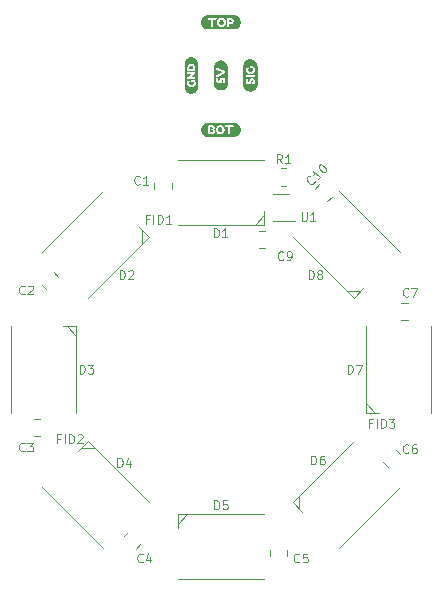
<source format=gto>
G04 #@! TF.GenerationSoftware,KiCad,Pcbnew,6.0.0-d3dd2cf0fa~116~ubuntu21.10.1*
G04 #@! TF.CreationDate,2022-02-12T15:34:00+00:00*
G04 #@! TF.ProjectId,ringLight,72696e67-4c69-4676-9874-2e6b69636164,04*
G04 #@! TF.SameCoordinates,PX7bfa480PY7270e00*
G04 #@! TF.FileFunction,Legend,Top*
G04 #@! TF.FilePolarity,Positive*
%FSLAX46Y46*%
G04 Gerber Fmt 4.6, Leading zero omitted, Abs format (unit mm)*
G04 Created by KiCad (PCBNEW 6.0.0-d3dd2cf0fa~116~ubuntu21.10.1) date 2022-02-12 15:34:00*
%MOMM*%
%LPD*%
G01*
G04 APERTURE LIST*
%ADD10C,0.120000*%
G04 APERTURE END LIST*
D10*
X149406428Y-88799285D02*
X149406428Y-88049285D01*
X149585000Y-88049285D01*
X149692142Y-88085000D01*
X149763571Y-88156428D01*
X149799285Y-88227857D01*
X149835000Y-88370714D01*
X149835000Y-88477857D01*
X149799285Y-88620714D01*
X149763571Y-88692142D01*
X149692142Y-88763571D01*
X149585000Y-88799285D01*
X149406428Y-88799285D01*
X150549285Y-88799285D02*
X150120714Y-88799285D01*
X150335000Y-88799285D02*
X150335000Y-88049285D01*
X150263571Y-88156428D01*
X150192142Y-88227857D01*
X150120714Y-88263571D01*
X141446428Y-92339285D02*
X141446428Y-91589285D01*
X141625000Y-91589285D01*
X141732142Y-91625000D01*
X141803571Y-91696428D01*
X141839285Y-91767857D01*
X141875000Y-91910714D01*
X141875000Y-92017857D01*
X141839285Y-92160714D01*
X141803571Y-92232142D01*
X141732142Y-92303571D01*
X141625000Y-92339285D01*
X141446428Y-92339285D01*
X142160714Y-91660714D02*
X142196428Y-91625000D01*
X142267857Y-91589285D01*
X142446428Y-91589285D01*
X142517857Y-91625000D01*
X142553571Y-91660714D01*
X142589285Y-91732142D01*
X142589285Y-91803571D01*
X142553571Y-91910714D01*
X142125000Y-92339285D01*
X142589285Y-92339285D01*
X138046428Y-100339285D02*
X138046428Y-99589285D01*
X138225000Y-99589285D01*
X138332142Y-99625000D01*
X138403571Y-99696428D01*
X138439285Y-99767857D01*
X138475000Y-99910714D01*
X138475000Y-100017857D01*
X138439285Y-100160714D01*
X138403571Y-100232142D01*
X138332142Y-100303571D01*
X138225000Y-100339285D01*
X138046428Y-100339285D01*
X138725000Y-99589285D02*
X139189285Y-99589285D01*
X138939285Y-99875000D01*
X139046428Y-99875000D01*
X139117857Y-99910714D01*
X139153571Y-99946428D01*
X139189285Y-100017857D01*
X139189285Y-100196428D01*
X139153571Y-100267857D01*
X139117857Y-100303571D01*
X139046428Y-100339285D01*
X138832142Y-100339285D01*
X138760714Y-100303571D01*
X138725000Y-100267857D01*
X141246428Y-108239285D02*
X141246428Y-107489285D01*
X141425000Y-107489285D01*
X141532142Y-107525000D01*
X141603571Y-107596428D01*
X141639285Y-107667857D01*
X141675000Y-107810714D01*
X141675000Y-107917857D01*
X141639285Y-108060714D01*
X141603571Y-108132142D01*
X141532142Y-108203571D01*
X141425000Y-108239285D01*
X141246428Y-108239285D01*
X142317857Y-107739285D02*
X142317857Y-108239285D01*
X142139285Y-107453571D02*
X141960714Y-107989285D01*
X142425000Y-107989285D01*
X149446428Y-111839285D02*
X149446428Y-111089285D01*
X149625000Y-111089285D01*
X149732142Y-111125000D01*
X149803571Y-111196428D01*
X149839285Y-111267857D01*
X149875000Y-111410714D01*
X149875000Y-111517857D01*
X149839285Y-111660714D01*
X149803571Y-111732142D01*
X149732142Y-111803571D01*
X149625000Y-111839285D01*
X149446428Y-111839285D01*
X150553571Y-111089285D02*
X150196428Y-111089285D01*
X150160714Y-111446428D01*
X150196428Y-111410714D01*
X150267857Y-111375000D01*
X150446428Y-111375000D01*
X150517857Y-111410714D01*
X150553571Y-111446428D01*
X150589285Y-111517857D01*
X150589285Y-111696428D01*
X150553571Y-111767857D01*
X150517857Y-111803571D01*
X150446428Y-111839285D01*
X150267857Y-111839285D01*
X150196428Y-111803571D01*
X150160714Y-111767857D01*
X157646428Y-108039285D02*
X157646428Y-107289285D01*
X157825000Y-107289285D01*
X157932142Y-107325000D01*
X158003571Y-107396428D01*
X158039285Y-107467857D01*
X158075000Y-107610714D01*
X158075000Y-107717857D01*
X158039285Y-107860714D01*
X158003571Y-107932142D01*
X157932142Y-108003571D01*
X157825000Y-108039285D01*
X157646428Y-108039285D01*
X158717857Y-107289285D02*
X158575000Y-107289285D01*
X158503571Y-107325000D01*
X158467857Y-107360714D01*
X158396428Y-107467857D01*
X158360714Y-107610714D01*
X158360714Y-107896428D01*
X158396428Y-107967857D01*
X158432142Y-108003571D01*
X158503571Y-108039285D01*
X158646428Y-108039285D01*
X158717857Y-108003571D01*
X158753571Y-107967857D01*
X158789285Y-107896428D01*
X158789285Y-107717857D01*
X158753571Y-107646428D01*
X158717857Y-107610714D01*
X158646428Y-107575000D01*
X158503571Y-107575000D01*
X158432142Y-107610714D01*
X158396428Y-107646428D01*
X158360714Y-107717857D01*
X160746428Y-100339285D02*
X160746428Y-99589285D01*
X160925000Y-99589285D01*
X161032142Y-99625000D01*
X161103571Y-99696428D01*
X161139285Y-99767857D01*
X161175000Y-99910714D01*
X161175000Y-100017857D01*
X161139285Y-100160714D01*
X161103571Y-100232142D01*
X161032142Y-100303571D01*
X160925000Y-100339285D01*
X160746428Y-100339285D01*
X161425000Y-99589285D02*
X161925000Y-99589285D01*
X161603571Y-100339285D01*
X157446428Y-92339285D02*
X157446428Y-91589285D01*
X157625000Y-91589285D01*
X157732142Y-91625000D01*
X157803571Y-91696428D01*
X157839285Y-91767857D01*
X157875000Y-91910714D01*
X157875000Y-92017857D01*
X157839285Y-92160714D01*
X157803571Y-92232142D01*
X157732142Y-92303571D01*
X157625000Y-92339285D01*
X157446428Y-92339285D01*
X158303571Y-91910714D02*
X158232142Y-91875000D01*
X158196428Y-91839285D01*
X158160714Y-91767857D01*
X158160714Y-91732142D01*
X158196428Y-91660714D01*
X158232142Y-91625000D01*
X158303571Y-91589285D01*
X158446428Y-91589285D01*
X158517857Y-91625000D01*
X158553571Y-91660714D01*
X158589285Y-91732142D01*
X158589285Y-91767857D01*
X158553571Y-91839285D01*
X158517857Y-91875000D01*
X158446428Y-91910714D01*
X158303571Y-91910714D01*
X158232142Y-91946428D01*
X158196428Y-91982142D01*
X158160714Y-92053571D01*
X158160714Y-92196428D01*
X158196428Y-92267857D01*
X158232142Y-92303571D01*
X158303571Y-92339285D01*
X158446428Y-92339285D01*
X158517857Y-92303571D01*
X158553571Y-92267857D01*
X158589285Y-92196428D01*
X158589285Y-92053571D01*
X158553571Y-91982142D01*
X158517857Y-91946428D01*
X158446428Y-91910714D01*
X143896428Y-87246428D02*
X143646428Y-87246428D01*
X143646428Y-87639285D02*
X143646428Y-86889285D01*
X144003571Y-86889285D01*
X144289285Y-87639285D02*
X144289285Y-86889285D01*
X144646428Y-87639285D02*
X144646428Y-86889285D01*
X144825000Y-86889285D01*
X144932142Y-86925000D01*
X145003571Y-86996428D01*
X145039285Y-87067857D01*
X145075000Y-87210714D01*
X145075000Y-87317857D01*
X145039285Y-87460714D01*
X145003571Y-87532142D01*
X144932142Y-87603571D01*
X144825000Y-87639285D01*
X144646428Y-87639285D01*
X145789285Y-87639285D02*
X145360714Y-87639285D01*
X145575000Y-87639285D02*
X145575000Y-86889285D01*
X145503571Y-86996428D01*
X145432142Y-87067857D01*
X145360714Y-87103571D01*
X136396428Y-105846428D02*
X136146428Y-105846428D01*
X136146428Y-106239285D02*
X136146428Y-105489285D01*
X136503571Y-105489285D01*
X136789285Y-106239285D02*
X136789285Y-105489285D01*
X137146428Y-106239285D02*
X137146428Y-105489285D01*
X137325000Y-105489285D01*
X137432142Y-105525000D01*
X137503571Y-105596428D01*
X137539285Y-105667857D01*
X137575000Y-105810714D01*
X137575000Y-105917857D01*
X137539285Y-106060714D01*
X137503571Y-106132142D01*
X137432142Y-106203571D01*
X137325000Y-106239285D01*
X137146428Y-106239285D01*
X137860714Y-105560714D02*
X137896428Y-105525000D01*
X137967857Y-105489285D01*
X138146428Y-105489285D01*
X138217857Y-105525000D01*
X138253571Y-105560714D01*
X138289285Y-105632142D01*
X138289285Y-105703571D01*
X138253571Y-105810714D01*
X137825000Y-106239285D01*
X138289285Y-106239285D01*
X162796428Y-104546428D02*
X162546428Y-104546428D01*
X162546428Y-104939285D02*
X162546428Y-104189285D01*
X162903571Y-104189285D01*
X163189285Y-104939285D02*
X163189285Y-104189285D01*
X163546428Y-104939285D02*
X163546428Y-104189285D01*
X163725000Y-104189285D01*
X163832142Y-104225000D01*
X163903571Y-104296428D01*
X163939285Y-104367857D01*
X163975000Y-104510714D01*
X163975000Y-104617857D01*
X163939285Y-104760714D01*
X163903571Y-104832142D01*
X163832142Y-104903571D01*
X163725000Y-104939285D01*
X163546428Y-104939285D01*
X164225000Y-104189285D02*
X164689285Y-104189285D01*
X164439285Y-104475000D01*
X164546428Y-104475000D01*
X164617857Y-104510714D01*
X164653571Y-104546428D01*
X164689285Y-104617857D01*
X164689285Y-104796428D01*
X164653571Y-104867857D01*
X164617857Y-104903571D01*
X164546428Y-104939285D01*
X164332142Y-104939285D01*
X164260714Y-104903571D01*
X164225000Y-104867857D01*
X143125000Y-84267857D02*
X143089285Y-84303571D01*
X142982142Y-84339285D01*
X142910714Y-84339285D01*
X142803571Y-84303571D01*
X142732142Y-84232142D01*
X142696428Y-84160714D01*
X142660714Y-84017857D01*
X142660714Y-83910714D01*
X142696428Y-83767857D01*
X142732142Y-83696428D01*
X142803571Y-83625000D01*
X142910714Y-83589285D01*
X142982142Y-83589285D01*
X143089285Y-83625000D01*
X143125000Y-83660714D01*
X143839285Y-84339285D02*
X143410714Y-84339285D01*
X143625000Y-84339285D02*
X143625000Y-83589285D01*
X143553571Y-83696428D01*
X143482142Y-83767857D01*
X143410714Y-83803571D01*
X133375000Y-106867857D02*
X133339285Y-106903571D01*
X133232142Y-106939285D01*
X133160714Y-106939285D01*
X133053571Y-106903571D01*
X132982142Y-106832142D01*
X132946428Y-106760714D01*
X132910714Y-106617857D01*
X132910714Y-106510714D01*
X132946428Y-106367857D01*
X132982142Y-106296428D01*
X133053571Y-106225000D01*
X133160714Y-106189285D01*
X133232142Y-106189285D01*
X133339285Y-106225000D01*
X133375000Y-106260714D01*
X133625000Y-106189285D02*
X134089285Y-106189285D01*
X133839285Y-106475000D01*
X133946428Y-106475000D01*
X134017857Y-106510714D01*
X134053571Y-106546428D01*
X134089285Y-106617857D01*
X134089285Y-106796428D01*
X134053571Y-106867857D01*
X134017857Y-106903571D01*
X133946428Y-106939285D01*
X133732142Y-106939285D01*
X133660714Y-106903571D01*
X133625000Y-106867857D01*
X156625000Y-116267857D02*
X156589285Y-116303571D01*
X156482142Y-116339285D01*
X156410714Y-116339285D01*
X156303571Y-116303571D01*
X156232142Y-116232142D01*
X156196428Y-116160714D01*
X156160714Y-116017857D01*
X156160714Y-115910714D01*
X156196428Y-115767857D01*
X156232142Y-115696428D01*
X156303571Y-115625000D01*
X156410714Y-115589285D01*
X156482142Y-115589285D01*
X156589285Y-115625000D01*
X156625000Y-115660714D01*
X157303571Y-115589285D02*
X156946428Y-115589285D01*
X156910714Y-115946428D01*
X156946428Y-115910714D01*
X157017857Y-115875000D01*
X157196428Y-115875000D01*
X157267857Y-115910714D01*
X157303571Y-115946428D01*
X157339285Y-116017857D01*
X157339285Y-116196428D01*
X157303571Y-116267857D01*
X157267857Y-116303571D01*
X157196428Y-116339285D01*
X157017857Y-116339285D01*
X156946428Y-116303571D01*
X156910714Y-116267857D01*
X165875000Y-93767857D02*
X165839285Y-93803571D01*
X165732142Y-93839285D01*
X165660714Y-93839285D01*
X165553571Y-93803571D01*
X165482142Y-93732142D01*
X165446428Y-93660714D01*
X165410714Y-93517857D01*
X165410714Y-93410714D01*
X165446428Y-93267857D01*
X165482142Y-93196428D01*
X165553571Y-93125000D01*
X165660714Y-93089285D01*
X165732142Y-93089285D01*
X165839285Y-93125000D01*
X165875000Y-93160714D01*
X166125000Y-93089285D02*
X166625000Y-93089285D01*
X166303571Y-93839285D01*
X165875000Y-107017857D02*
X165839285Y-107053571D01*
X165732142Y-107089285D01*
X165660714Y-107089285D01*
X165553571Y-107053571D01*
X165482142Y-106982142D01*
X165446428Y-106910714D01*
X165410714Y-106767857D01*
X165410714Y-106660714D01*
X165446428Y-106517857D01*
X165482142Y-106446428D01*
X165553571Y-106375000D01*
X165660714Y-106339285D01*
X165732142Y-106339285D01*
X165839285Y-106375000D01*
X165875000Y-106410714D01*
X166517857Y-106339285D02*
X166375000Y-106339285D01*
X166303571Y-106375000D01*
X166267857Y-106410714D01*
X166196428Y-106517857D01*
X166160714Y-106660714D01*
X166160714Y-106946428D01*
X166196428Y-107017857D01*
X166232142Y-107053571D01*
X166303571Y-107089285D01*
X166446428Y-107089285D01*
X166517857Y-107053571D01*
X166553571Y-107017857D01*
X166589285Y-106946428D01*
X166589285Y-106767857D01*
X166553571Y-106696428D01*
X166517857Y-106660714D01*
X166446428Y-106625000D01*
X166303571Y-106625000D01*
X166232142Y-106660714D01*
X166196428Y-106696428D01*
X166160714Y-106767857D01*
X133375000Y-93567857D02*
X133339285Y-93603571D01*
X133232142Y-93639285D01*
X133160714Y-93639285D01*
X133053571Y-93603571D01*
X132982142Y-93532142D01*
X132946428Y-93460714D01*
X132910714Y-93317857D01*
X132910714Y-93210714D01*
X132946428Y-93067857D01*
X132982142Y-92996428D01*
X133053571Y-92925000D01*
X133160714Y-92889285D01*
X133232142Y-92889285D01*
X133339285Y-92925000D01*
X133375000Y-92960714D01*
X133660714Y-92960714D02*
X133696428Y-92925000D01*
X133767857Y-92889285D01*
X133946428Y-92889285D01*
X134017857Y-92925000D01*
X134053571Y-92960714D01*
X134089285Y-93032142D01*
X134089285Y-93103571D01*
X134053571Y-93210714D01*
X133625000Y-93639285D01*
X134089285Y-93639285D01*
X143375000Y-116267857D02*
X143339285Y-116303571D01*
X143232142Y-116339285D01*
X143160714Y-116339285D01*
X143053571Y-116303571D01*
X142982142Y-116232142D01*
X142946428Y-116160714D01*
X142910714Y-116017857D01*
X142910714Y-115910714D01*
X142946428Y-115767857D01*
X142982142Y-115696428D01*
X143053571Y-115625000D01*
X143160714Y-115589285D01*
X143232142Y-115589285D01*
X143339285Y-115625000D01*
X143375000Y-115660714D01*
X144017857Y-115839285D02*
X144017857Y-116339285D01*
X143839285Y-115553571D02*
X143660714Y-116089285D01*
X144125000Y-116089285D01*
X155175000Y-82539285D02*
X154925000Y-82182142D01*
X154746428Y-82539285D02*
X154746428Y-81789285D01*
X155032142Y-81789285D01*
X155103571Y-81825000D01*
X155139285Y-81860714D01*
X155175000Y-81932142D01*
X155175000Y-82039285D01*
X155139285Y-82110714D01*
X155103571Y-82146428D01*
X155032142Y-82182142D01*
X154746428Y-82182142D01*
X155889285Y-82539285D02*
X155460714Y-82539285D01*
X155675000Y-82539285D02*
X155675000Y-81789285D01*
X155603571Y-81896428D01*
X155532142Y-81967857D01*
X155460714Y-82003571D01*
X156828571Y-86689285D02*
X156828571Y-87296428D01*
X156864285Y-87367857D01*
X156900000Y-87403571D01*
X156971428Y-87439285D01*
X157114285Y-87439285D01*
X157185714Y-87403571D01*
X157221428Y-87367857D01*
X157257142Y-87296428D01*
X157257142Y-86689285D01*
X158007142Y-87439285D02*
X157578571Y-87439285D01*
X157792857Y-87439285D02*
X157792857Y-86689285D01*
X157721428Y-86796428D01*
X157650000Y-86867857D01*
X157578571Y-86903571D01*
X157948477Y-84030330D02*
X157948477Y-84080837D01*
X157897969Y-84181852D01*
X157847461Y-84232360D01*
X157746446Y-84282868D01*
X157645431Y-84282868D01*
X157569669Y-84257614D01*
X157443400Y-84181852D01*
X157367639Y-84106091D01*
X157291877Y-83979822D01*
X157266624Y-83904061D01*
X157266624Y-83803045D01*
X157317131Y-83702030D01*
X157367639Y-83651522D01*
X157468654Y-83601015D01*
X157519162Y-83601015D01*
X158504061Y-83575761D02*
X158201015Y-83878807D01*
X158352538Y-83727284D02*
X157822208Y-83196954D01*
X157847461Y-83323223D01*
X157847461Y-83424238D01*
X157822208Y-83500000D01*
X158302030Y-82717131D02*
X158352538Y-82666624D01*
X158428299Y-82641370D01*
X158478807Y-82641370D01*
X158554568Y-82666624D01*
X158680837Y-82742385D01*
X158807106Y-82868654D01*
X158882868Y-82994923D01*
X158908122Y-83070685D01*
X158908122Y-83121192D01*
X158882868Y-83196954D01*
X158832360Y-83247461D01*
X158756599Y-83272715D01*
X158706091Y-83272715D01*
X158630330Y-83247461D01*
X158504061Y-83171700D01*
X158377791Y-83045431D01*
X158302030Y-82919162D01*
X158276776Y-82843400D01*
X158276776Y-82792893D01*
X158302030Y-82717131D01*
X155275000Y-90667857D02*
X155239285Y-90703571D01*
X155132142Y-90739285D01*
X155060714Y-90739285D01*
X154953571Y-90703571D01*
X154882142Y-90632142D01*
X154846428Y-90560714D01*
X154810714Y-90417857D01*
X154810714Y-90310714D01*
X154846428Y-90167857D01*
X154882142Y-90096428D01*
X154953571Y-90025000D01*
X155060714Y-89989285D01*
X155132142Y-89989285D01*
X155239285Y-90025000D01*
X155275000Y-90060714D01*
X155632142Y-90739285D02*
X155775000Y-90739285D01*
X155846428Y-90703571D01*
X155882142Y-90667857D01*
X155953571Y-90560714D01*
X155989285Y-90417857D01*
X155989285Y-90132142D01*
X155953571Y-90060714D01*
X155917857Y-90025000D01*
X155846428Y-89989285D01*
X155703571Y-89989285D01*
X155632142Y-90025000D01*
X155596428Y-90060714D01*
X155560714Y-90132142D01*
X155560714Y-90310714D01*
X155596428Y-90382142D01*
X155632142Y-90417857D01*
X155703571Y-90453571D01*
X155846428Y-90453571D01*
X155917857Y-90417857D01*
X155953571Y-90382142D01*
X155989285Y-90310714D01*
X153650000Y-87750000D02*
X153650000Y-86600000D01*
X146350000Y-87750000D02*
X153650000Y-87750000D01*
X152850000Y-87750000D02*
X153650000Y-86950000D01*
X146350000Y-82250000D02*
X153650000Y-82250000D01*
X134867916Y-90029795D02*
X140029795Y-84867916D01*
X143918882Y-88757003D02*
X143105710Y-87943830D01*
X138757003Y-93918882D02*
X143918882Y-88757003D01*
X143353197Y-89322688D02*
X143353197Y-88191317D01*
X137750000Y-103650000D02*
X137750000Y-96350000D01*
X137750000Y-96350000D02*
X136600000Y-96350000D01*
X137750000Y-97150000D02*
X136950000Y-96350000D01*
X132250000Y-103650000D02*
X132250000Y-96350000D01*
X140029795Y-115132084D02*
X134867916Y-109970205D01*
X139322688Y-106646803D02*
X138191317Y-106646803D01*
X143918882Y-111242997D02*
X138757003Y-106081118D01*
X138757003Y-106081118D02*
X137943830Y-106894290D01*
X146350000Y-112250000D02*
X146350000Y-113400000D01*
X153650000Y-112250000D02*
X146350000Y-112250000D01*
X147150000Y-112250000D02*
X146350000Y-113050000D01*
X153650000Y-117750000D02*
X146350000Y-117750000D01*
X156081118Y-111242997D02*
X156894290Y-112056170D01*
X161242997Y-106081118D02*
X156081118Y-111242997D01*
X165132084Y-109970205D02*
X159970205Y-115132084D01*
X156646803Y-110677312D02*
X156646803Y-111808683D01*
X162250000Y-96350000D02*
X162250000Y-103650000D01*
X162250000Y-102850000D02*
X163050000Y-103650000D01*
X162250000Y-103650000D02*
X163400000Y-103650000D01*
X167750000Y-96350000D02*
X167750000Y-103650000D01*
X159970205Y-84867916D02*
X165132084Y-90029795D01*
X160677312Y-93353197D02*
X161808683Y-93353197D01*
X156081118Y-88757003D02*
X161242997Y-93918882D01*
X161242997Y-93918882D02*
X162056170Y-93105710D01*
X145833496Y-84193162D02*
X145833496Y-84715666D01*
X144363496Y-84193162D02*
X144363496Y-84715666D01*
X134193162Y-105636504D02*
X134715666Y-105636504D01*
X134193162Y-104166504D02*
X134715666Y-104166504D01*
X154166504Y-115806838D02*
X154166504Y-115284334D01*
X155636504Y-115806838D02*
X155636504Y-115284334D01*
X165806838Y-95833496D02*
X165284334Y-95833496D01*
X165806838Y-94363496D02*
X165284334Y-94363496D01*
X165162733Y-107191512D02*
X164793266Y-106822045D01*
X164123286Y-108230959D02*
X163753819Y-107861492D01*
X134837267Y-92808488D02*
X135206734Y-93177955D01*
X135876714Y-91769041D02*
X136246181Y-92138508D01*
X141769041Y-114123286D02*
X142138508Y-113753819D01*
X142808488Y-115162733D02*
X143177955Y-114793266D01*
X155527064Y-82965000D02*
X155072936Y-82965000D01*
X155527064Y-84435000D02*
X155072936Y-84435000D01*
X154400000Y-87460000D02*
X156300000Y-87460000D01*
X155800000Y-85140000D02*
X154400000Y-85140000D01*
X158336761Y-84323792D02*
X157967294Y-84693259D01*
X159376208Y-85363239D02*
X159006741Y-85732706D01*
G36*
X151897891Y-74272380D02*
G01*
X151906603Y-74213649D01*
X151921029Y-74156054D01*
X151941032Y-74100151D01*
X151966418Y-74046477D01*
X151996942Y-73995550D01*
X152032311Y-73947861D01*
X152072184Y-73903867D01*
X152116178Y-73863994D01*
X152163867Y-73828625D01*
X152214794Y-73798101D01*
X152268468Y-73772715D01*
X152324371Y-73752712D01*
X152381966Y-73738286D01*
X152440697Y-73729574D01*
X152500000Y-73726660D01*
X152559303Y-73729574D01*
X152618034Y-73738286D01*
X152675629Y-73752712D01*
X152731532Y-73772715D01*
X152785206Y-73798101D01*
X152836133Y-73828625D01*
X152883822Y-73863994D01*
X152927816Y-73903867D01*
X152967689Y-73947861D01*
X153003058Y-73995550D01*
X153033582Y-74046477D01*
X153058968Y-74100151D01*
X153078971Y-74156054D01*
X153093397Y-74213649D01*
X153102109Y-74272380D01*
X153105023Y-74331683D01*
X153105023Y-75868317D01*
X153102109Y-75927620D01*
X153093397Y-75986351D01*
X153078971Y-76043946D01*
X153058968Y-76099849D01*
X153033582Y-76153523D01*
X153003058Y-76204450D01*
X152967689Y-76252139D01*
X152927816Y-76296133D01*
X152883822Y-76336006D01*
X152836133Y-76371375D01*
X152785206Y-76401899D01*
X152731532Y-76427285D01*
X152675629Y-76447288D01*
X152618034Y-76461714D01*
X152559303Y-76470426D01*
X152500000Y-76473340D01*
X152440697Y-76470426D01*
X152381966Y-76461714D01*
X152324371Y-76447288D01*
X152268468Y-76427285D01*
X152214794Y-76401899D01*
X152163867Y-76371375D01*
X152116178Y-76336006D01*
X152072184Y-76296133D01*
X152032311Y-76252139D01*
X151996942Y-76204450D01*
X151966418Y-76153523D01*
X151941032Y-76099849D01*
X151921029Y-76043946D01*
X151906603Y-75986351D01*
X151897891Y-75927620D01*
X151894977Y-75868317D01*
X151894977Y-75603039D01*
X152110983Y-75603039D01*
X152118493Y-75675328D01*
X152141022Y-75736724D01*
X152178571Y-75787229D01*
X152226209Y-75824778D01*
X152279007Y-75847307D01*
X152336964Y-75854817D01*
X152398231Y-75848238D01*
X152449954Y-75828504D01*
X152490584Y-75798966D01*
X152518574Y-75762980D01*
X152538824Y-75722221D01*
X152556237Y-75678366D01*
X152570039Y-75634511D01*
X152579454Y-75593752D01*
X152602672Y-75528228D01*
X152642399Y-75501915D01*
X152685967Y-75512578D01*
X152712108Y-75544566D01*
X152720821Y-75597880D01*
X152704827Y-75647410D01*
X152671291Y-75688685D01*
X152632596Y-75734603D01*
X152619698Y-75769171D01*
X152644463Y-75823860D01*
X152683545Y-75857138D01*
X152714114Y-75868231D01*
X152773447Y-75841402D01*
X152784798Y-75832115D01*
X152816270Y-75802191D01*
X152848774Y-75755757D01*
X152878182Y-75685589D01*
X152887082Y-75640960D01*
X152890049Y-75593752D01*
X152883972Y-75531725D01*
X152865742Y-75472220D01*
X152835359Y-75415238D01*
X152801694Y-75376027D01*
X152756421Y-75345070D01*
X152701345Y-75324949D01*
X152638271Y-75318242D01*
X152576488Y-75324820D01*
X152525281Y-75344554D01*
X152486199Y-75374092D01*
X152460789Y-75410078D01*
X152443634Y-75451095D01*
X152429317Y-75495724D01*
X152418095Y-75540353D01*
X152410227Y-75581370D01*
X152386494Y-75646894D01*
X152340575Y-75673207D01*
X152296205Y-75651021D01*
X152280211Y-75595300D01*
X152293625Y-75540095D01*
X152307039Y-75524101D01*
X152317358Y-75512234D01*
X152337996Y-75458577D01*
X152325097Y-75421945D01*
X152286402Y-75386345D01*
X152229649Y-75361580D01*
X152179087Y-75393568D01*
X152159481Y-75419365D01*
X152126977Y-75490049D01*
X152114982Y-75543835D01*
X152110983Y-75603039D01*
X151894977Y-75603039D01*
X151894977Y-75159333D01*
X152123366Y-75159333D01*
X152130331Y-75212474D01*
X152151226Y-75239819D01*
X152178571Y-75249622D01*
X152214171Y-75251170D01*
X152787893Y-75251170D01*
X152840519Y-75244978D01*
X152869927Y-75217634D01*
X152879730Y-75160365D01*
X152872765Y-75107223D01*
X152851869Y-75079878D01*
X152825041Y-75070076D01*
X152788925Y-75068528D01*
X152215202Y-75068528D01*
X152161545Y-75073687D01*
X152132910Y-75101806D01*
X152123366Y-75159333D01*
X151894977Y-75159333D01*
X151894977Y-74613471D01*
X152109951Y-74613471D01*
X152116820Y-74689314D01*
X152137425Y-74759997D01*
X152171767Y-74825521D01*
X152219846Y-74885886D01*
X152278179Y-74936448D01*
X152343284Y-74972563D01*
X152415161Y-74994233D01*
X152493809Y-75001456D01*
X152572844Y-74994362D01*
X152645881Y-74973079D01*
X152712921Y-74937609D01*
X152773963Y-74887950D01*
X152824750Y-74828681D01*
X152861027Y-74764383D01*
X152882793Y-74695054D01*
X152890049Y-74620694D01*
X152884438Y-74539434D01*
X152867605Y-74469008D01*
X152839551Y-74409418D01*
X152800276Y-74360662D01*
X152737331Y-74331769D01*
X152510319Y-74331769D01*
X152452534Y-74342088D01*
X152423641Y-74410192D01*
X152423641Y-74591802D01*
X152432928Y-74641332D01*
X152455629Y-74658358D01*
X152499484Y-74663001D01*
X152542823Y-74658873D01*
X152567072Y-74641332D01*
X152575327Y-74595929D01*
X152575327Y-74514411D01*
X152687801Y-74514411D01*
X152701732Y-74562651D01*
X152706375Y-74616567D01*
X152690768Y-74690862D01*
X152643947Y-74756902D01*
X152599347Y-74791297D01*
X152548785Y-74811935D01*
X152492261Y-74818814D01*
X152411517Y-74803594D01*
X152347798Y-74757933D01*
X152306394Y-74692667D01*
X152292593Y-74618630D01*
X152299687Y-74562909D01*
X152320970Y-74515443D01*
X152349346Y-74452498D01*
X152335674Y-74417673D01*
X152294657Y-74379235D01*
X152236356Y-74355502D01*
X152190437Y-74383363D01*
X152145723Y-74457085D01*
X152118894Y-74533787D01*
X152109951Y-74613471D01*
X151894977Y-74613471D01*
X151894977Y-74331683D01*
X151897891Y-74272380D01*
G37*
G36*
X149399431Y-74378815D02*
G01*
X149408121Y-74320234D01*
X149422511Y-74262787D01*
X149442462Y-74207026D01*
X149467783Y-74153490D01*
X149498229Y-74102694D01*
X149533508Y-74055126D01*
X149573279Y-74011245D01*
X149617160Y-73971474D01*
X149664727Y-73936195D01*
X149715524Y-73905749D01*
X149769060Y-73880428D01*
X149824820Y-73860477D01*
X149882268Y-73846087D01*
X149940849Y-73837397D01*
X150000000Y-73834491D01*
X150059151Y-73837397D01*
X150117732Y-73846087D01*
X150175180Y-73860477D01*
X150230940Y-73880428D01*
X150284476Y-73905749D01*
X150335273Y-73936195D01*
X150382840Y-73971474D01*
X150426721Y-74011245D01*
X150466492Y-74055126D01*
X150501771Y-74102694D01*
X150532217Y-74153490D01*
X150557538Y-74207026D01*
X150577489Y-74262787D01*
X150591879Y-74320234D01*
X150600569Y-74378815D01*
X150603475Y-74437966D01*
X150603475Y-75762034D01*
X150600569Y-75821185D01*
X150591879Y-75879766D01*
X150577489Y-75937213D01*
X150557538Y-75992974D01*
X150532217Y-76046510D01*
X150501771Y-76097306D01*
X150466492Y-76144874D01*
X150426721Y-76188755D01*
X150382840Y-76228526D01*
X150335273Y-76263805D01*
X150284476Y-76294251D01*
X150230940Y-76319572D01*
X150175180Y-76339523D01*
X150117732Y-76353913D01*
X150059151Y-76362603D01*
X150000000Y-76365509D01*
X149940849Y-76362603D01*
X149882268Y-76353913D01*
X149824820Y-76339523D01*
X149769060Y-76319572D01*
X149715524Y-76294251D01*
X149664727Y-76263805D01*
X149617160Y-76228526D01*
X149573279Y-76188755D01*
X149533508Y-76144874D01*
X149498229Y-76097306D01*
X149467783Y-76046510D01*
X149442462Y-75992974D01*
X149422511Y-75937213D01*
X149408121Y-75879766D01*
X149399431Y-75821185D01*
X149396525Y-75762034D01*
X149396525Y-75616453D01*
X149615627Y-75616453D01*
X149625429Y-75658244D01*
X149647615Y-75685073D01*
X149675475Y-75700035D01*
X149697145Y-75707258D01*
X149739967Y-75713192D01*
X149856053Y-75728928D01*
X149973945Y-75744406D01*
X150022185Y-75749565D01*
X150047466Y-75738215D01*
X150078938Y-75690232D01*
X150098544Y-75625224D01*
X150074811Y-75568987D01*
X150056237Y-75519457D01*
X150076359Y-75464252D01*
X150131048Y-75440003D01*
X150185222Y-75462188D01*
X150204827Y-75530292D01*
X150183158Y-75594784D01*
X150150138Y-75663920D01*
X150184190Y-75723768D01*
X150251262Y-75761948D01*
X150313174Y-75722737D01*
X150320397Y-75714482D01*
X150340003Y-75688685D01*
X150366946Y-75635027D01*
X150383112Y-75577242D01*
X150388501Y-75515330D01*
X150379959Y-75445735D01*
X150354334Y-75384167D01*
X150311626Y-75330624D01*
X150257052Y-75289349D01*
X150195827Y-75264584D01*
X150127953Y-75256329D01*
X150060422Y-75265043D01*
X150000229Y-75291183D01*
X149947374Y-75334752D01*
X149906386Y-75389212D01*
X149881793Y-75448028D01*
X149873595Y-75511202D01*
X149875659Y-75547318D01*
X149797237Y-75536999D01*
X149797237Y-75356421D01*
X149795689Y-75322885D01*
X149785886Y-75297604D01*
X149760347Y-75278256D01*
X149710559Y-75271807D01*
X149655870Y-75278772D01*
X149628009Y-75299668D01*
X149618206Y-75326497D01*
X149616658Y-75362612D01*
X149616658Y-75459608D01*
X149615627Y-75616453D01*
X149396525Y-75616453D01*
X149396525Y-75102064D01*
X149611499Y-75102064D01*
X149629041Y-75154173D01*
X149660513Y-75199834D01*
X149695081Y-75215054D01*
X149744611Y-75199576D01*
X150322461Y-74914778D01*
X150359093Y-74880211D01*
X150373023Y-74831197D01*
X150373023Y-74820878D01*
X150359093Y-74772896D01*
X150322461Y-74738328D01*
X149744611Y-74453530D01*
X149695081Y-74438052D01*
X149660513Y-74453272D01*
X149629041Y-74498933D01*
X149611499Y-74559813D01*
X149639360Y-74605216D01*
X149670316Y-74619662D01*
X150122277Y-74826037D01*
X150098415Y-74837259D01*
X150043339Y-74862669D01*
X149970463Y-74896205D01*
X149893201Y-74931804D01*
X149815939Y-74967275D01*
X149743063Y-75000424D01*
X149686310Y-75026350D01*
X149657417Y-75040151D01*
X149630073Y-75057177D01*
X149615627Y-75074719D01*
X149611499Y-75102064D01*
X149396525Y-75102064D01*
X149396525Y-74437966D01*
X149399431Y-74378815D01*
G37*
G36*
X147572509Y-74287994D02*
G01*
X147630016Y-74329427D01*
X147668235Y-74388006D01*
X147680975Y-74453252D01*
X147680975Y-74545645D01*
X147320930Y-74545645D01*
X147320930Y-74454205D01*
X147333908Y-74386458D01*
X147372841Y-74327999D01*
X147431063Y-74287637D01*
X147501905Y-74274182D01*
X147572509Y-74287994D01*
G37*
G36*
X146944207Y-74050770D02*
G01*
X146952249Y-73996556D01*
X146965566Y-73943392D01*
X146984029Y-73891789D01*
X147007462Y-73842244D01*
X147035639Y-73795234D01*
X147068287Y-73751213D01*
X147105093Y-73710604D01*
X147145702Y-73673798D01*
X147189724Y-73641149D01*
X147236733Y-73612973D01*
X147286278Y-73589540D01*
X147337881Y-73571076D01*
X147391045Y-73557759D01*
X147445259Y-73549717D01*
X147500000Y-73547028D01*
X147554741Y-73549717D01*
X147608955Y-73557759D01*
X147662119Y-73571076D01*
X147713722Y-73589540D01*
X147763267Y-73612973D01*
X147810276Y-73641149D01*
X147854298Y-73673798D01*
X147894907Y-73710604D01*
X147931713Y-73751213D01*
X147964361Y-73795234D01*
X147992538Y-73842244D01*
X148015971Y-73891789D01*
X148034434Y-73943392D01*
X148047751Y-73996556D01*
X148055793Y-74050770D01*
X148058483Y-74105511D01*
X148058483Y-76094489D01*
X148055793Y-76149230D01*
X148047751Y-76203444D01*
X148034434Y-76256608D01*
X148015971Y-76308211D01*
X147992538Y-76357756D01*
X147964361Y-76404766D01*
X147931713Y-76448787D01*
X147894907Y-76489396D01*
X147854298Y-76526202D01*
X147810276Y-76558851D01*
X147763267Y-76587027D01*
X147713722Y-76610460D01*
X147662119Y-76628924D01*
X147608955Y-76642241D01*
X147554741Y-76650283D01*
X147500000Y-76652972D01*
X147445259Y-76650283D01*
X147391045Y-76642241D01*
X147337881Y-76628924D01*
X147286278Y-76610460D01*
X147236733Y-76587027D01*
X147189724Y-76558851D01*
X147145702Y-76526202D01*
X147105093Y-76489396D01*
X147068287Y-76448787D01*
X147035639Y-76404766D01*
X147007462Y-76357756D01*
X146984029Y-76308211D01*
X146965566Y-76256608D01*
X146952249Y-76203444D01*
X146944207Y-76149230D01*
X146941517Y-76094489D01*
X146941517Y-75736270D01*
X147139955Y-75736270D01*
X147146295Y-75806279D01*
X147165315Y-75871525D01*
X147197016Y-75932009D01*
X147241396Y-75987730D01*
X147295242Y-76034402D01*
X147355339Y-76067740D01*
X147421687Y-76087742D01*
X147494285Y-76094410D01*
X147567241Y-76087862D01*
X147634660Y-76068216D01*
X147696542Y-76035474D01*
X147752889Y-75989635D01*
X147799770Y-75934926D01*
X147833256Y-75875573D01*
X147853348Y-75811577D01*
X147860045Y-75742937D01*
X147854866Y-75667928D01*
X147839328Y-75602920D01*
X147813432Y-75547913D01*
X147777178Y-75502907D01*
X147719075Y-75476237D01*
X147509525Y-75476237D01*
X147456185Y-75485762D01*
X147429515Y-75548627D01*
X147429515Y-75716267D01*
X147438087Y-75761987D01*
X147459042Y-75777704D01*
X147499524Y-75781990D01*
X147539529Y-75778180D01*
X147561913Y-75761987D01*
X147569533Y-75720077D01*
X147569533Y-75644830D01*
X147673355Y-75644830D01*
X147686214Y-75689359D01*
X147690500Y-75739127D01*
X147676093Y-75807707D01*
X147632874Y-75868667D01*
X147591705Y-75900417D01*
X147545032Y-75919467D01*
X147492856Y-75925817D01*
X147418323Y-75911768D01*
X147359506Y-75869620D01*
X147321287Y-75809374D01*
X147308547Y-75741032D01*
X147315096Y-75689597D01*
X147334741Y-75645782D01*
X147360935Y-75587680D01*
X147348314Y-75555533D01*
X147310452Y-75520052D01*
X147256636Y-75498145D01*
X147214250Y-75523862D01*
X147172975Y-75591913D01*
X147148210Y-75662716D01*
X147139955Y-75736270D01*
X146941517Y-75736270D01*
X146941517Y-75317170D01*
X147153290Y-75317170D01*
X147159005Y-75363842D01*
X147181389Y-75390989D01*
X147234252Y-75400037D01*
X147765748Y-75400037D01*
X147799085Y-75398609D01*
X147824803Y-75389560D01*
X147844091Y-75364795D01*
X147850520Y-75317170D01*
X147844091Y-75268116D01*
X147824803Y-75242875D01*
X147800038Y-75233826D01*
X147766700Y-75232397D01*
X147453327Y-75232397D01*
X147488041Y-75205780D01*
X147533761Y-75171014D01*
X147590488Y-75128099D01*
X147658221Y-75077034D01*
X147736961Y-75017820D01*
X147826708Y-74950457D01*
X147844805Y-74926645D01*
X147850520Y-74875210D01*
X147844091Y-74826156D01*
X147824803Y-74800915D01*
X147800038Y-74791866D01*
X147766700Y-74790437D01*
X147238062Y-74790437D01*
X147189485Y-74796152D01*
X147169482Y-74808059D01*
X147158052Y-74832824D01*
X147153290Y-74876639D01*
X147159005Y-74921882D01*
X147181389Y-74949029D01*
X147234252Y-74958077D01*
X147556198Y-74958077D01*
X147521828Y-74984324D01*
X147477140Y-75017979D01*
X147422133Y-75059042D01*
X147356807Y-75107514D01*
X147281163Y-75163394D01*
X147195200Y-75226682D01*
X147170435Y-75248590D01*
X147158529Y-75271926D01*
X147153290Y-75317170D01*
X146941517Y-75317170D01*
X146941517Y-74629465D01*
X147151385Y-74629465D01*
X147157814Y-74678519D01*
X147177102Y-74703760D01*
X147201867Y-74712809D01*
X147235205Y-74714237D01*
X147764795Y-74714237D01*
X147825755Y-74702807D01*
X147843614Y-74677566D01*
X147849568Y-74630417D01*
X147849568Y-74456110D01*
X147843079Y-74385952D01*
X147823612Y-74321212D01*
X147791167Y-74261889D01*
X147745745Y-74207984D01*
X147691244Y-74163186D01*
X147631564Y-74131188D01*
X147566705Y-74111990D01*
X147496666Y-74105590D01*
X147426896Y-74112138D01*
X147362840Y-74131784D01*
X147304499Y-74164526D01*
X147251874Y-74210365D01*
X147208327Y-74264836D01*
X147177222Y-74323474D01*
X147158559Y-74386280D01*
X147152337Y-74453252D01*
X147151385Y-74629465D01*
X146941517Y-74629465D01*
X146941517Y-74105511D01*
X146944207Y-74050770D01*
G37*
X153761252Y-88265000D02*
X153238748Y-88265000D01*
X153761252Y-89735000D02*
X153238748Y-89735000D01*
G36*
X149296261Y-79512199D02*
G01*
X149313287Y-79548314D01*
X149310192Y-79585462D01*
X149260662Y-79607131D01*
X149197201Y-79621577D01*
X149178112Y-79680910D01*
X149196685Y-79740243D01*
X149252407Y-79754689D01*
X149310192Y-79762944D01*
X149329281Y-79783582D01*
X149334957Y-79822793D01*
X149318705Y-79875419D01*
X149269948Y-79892961D01*
X149100721Y-79892961D01*
X149100721Y-79501880D01*
X149245183Y-79501880D01*
X149296261Y-79512199D01*
G37*
G36*
X150012511Y-79507813D02*
G01*
X150075327Y-79550378D01*
X150108290Y-79592341D01*
X150128067Y-79642559D01*
X150134660Y-79701032D01*
X150128124Y-79759390D01*
X150108519Y-79809264D01*
X150075843Y-79850654D01*
X150013414Y-79892445D01*
X149943763Y-79906375D01*
X149873982Y-79892058D01*
X149811167Y-79849106D01*
X149778204Y-79807086D01*
X149758427Y-79757384D01*
X149751834Y-79700000D01*
X149758369Y-79642616D01*
X149777975Y-79592914D01*
X149810651Y-79550894D01*
X149873079Y-79507942D01*
X149942731Y-79493625D01*
X150012511Y-79507813D01*
G37*
G36*
X151141208Y-79098918D02*
G01*
X151199840Y-79107615D01*
X151257336Y-79122017D01*
X151313144Y-79141985D01*
X151366726Y-79167328D01*
X151417566Y-79197800D01*
X151465175Y-79233109D01*
X151509093Y-79272914D01*
X151548898Y-79316832D01*
X151584207Y-79364441D01*
X151614679Y-79415281D01*
X151640022Y-79468863D01*
X151659990Y-79524671D01*
X151674392Y-79582167D01*
X151683089Y-79640799D01*
X151685998Y-79700000D01*
X151683089Y-79759201D01*
X151674392Y-79817833D01*
X151659990Y-79875329D01*
X151640022Y-79931137D01*
X151614679Y-79984719D01*
X151584207Y-80035559D01*
X151548898Y-80083168D01*
X151509093Y-80127086D01*
X151465175Y-80166891D01*
X151417566Y-80202200D01*
X151366726Y-80232672D01*
X151313144Y-80258015D01*
X151257336Y-80277983D01*
X151199840Y-80292385D01*
X151141208Y-80301082D01*
X151082007Y-80303991D01*
X148917993Y-80303991D01*
X148858792Y-80301082D01*
X148800160Y-80292385D01*
X148742664Y-80277983D01*
X148686856Y-80258015D01*
X148633274Y-80232672D01*
X148582434Y-80202200D01*
X148534825Y-80166891D01*
X148490907Y-80127086D01*
X148451102Y-80083168D01*
X148415793Y-80035559D01*
X148385321Y-79984719D01*
X148384382Y-79982734D01*
X148918079Y-79982734D01*
X148924270Y-80036391D01*
X148951615Y-80065800D01*
X149008884Y-80075603D01*
X149280267Y-80075603D01*
X149342352Y-80067863D01*
X149397901Y-80044646D01*
X149446915Y-80005951D01*
X149485266Y-79955790D01*
X149508828Y-79898177D01*
X149517598Y-79833112D01*
X149510834Y-79775212D01*
X149490540Y-79721211D01*
X149479704Y-79705159D01*
X149569192Y-79705159D01*
X149576061Y-79780873D01*
X149596666Y-79851170D01*
X149631008Y-79916049D01*
X149679087Y-79975511D01*
X149736969Y-80025170D01*
X149800719Y-80060640D01*
X149870338Y-80081923D01*
X149945827Y-80089017D01*
X150021153Y-80081826D01*
X150090289Y-80060253D01*
X150153233Y-80024299D01*
X150209987Y-79973963D01*
X150256937Y-79913405D01*
X150290473Y-79846784D01*
X150310594Y-79774102D01*
X150317302Y-79695357D01*
X150310272Y-79616902D01*
X150289183Y-79545090D01*
X150254035Y-79479920D01*
X150204827Y-79421394D01*
X150170940Y-79393533D01*
X150358577Y-79393533D01*
X150363736Y-79436872D01*
X150384373Y-79461121D01*
X150432872Y-79468860D01*
X150630992Y-79468860D01*
X150630992Y-79986861D01*
X150632539Y-80022461D01*
X150641826Y-80049290D01*
X150668655Y-80070443D01*
X150719733Y-80076634D01*
X150771327Y-80070443D01*
X150798671Y-80049290D01*
X150807958Y-80022977D01*
X150809506Y-79987893D01*
X150809506Y-79468860D01*
X151006594Y-79468860D01*
X151059220Y-79459573D01*
X151076762Y-79437388D01*
X151081921Y-79394565D01*
X151076762Y-79351226D01*
X151056124Y-79326977D01*
X151007626Y-79319238D01*
X150433903Y-79319238D01*
X150381278Y-79328525D01*
X150363736Y-79350710D01*
X150358577Y-79393533D01*
X150170940Y-79393533D01*
X150146075Y-79373089D01*
X150082292Y-79338586D01*
X150013479Y-79317884D01*
X149939635Y-79310983D01*
X149869468Y-79318206D01*
X149801364Y-79339876D01*
X149738162Y-79374185D01*
X149682698Y-79419330D01*
X149636264Y-79475954D01*
X149600148Y-79544703D01*
X149576931Y-79622222D01*
X149569192Y-79705159D01*
X149479704Y-79705159D01*
X149456718Y-79671107D01*
X149486126Y-79611517D01*
X149495929Y-79546251D01*
X149488477Y-79486631D01*
X149466119Y-79432974D01*
X149428857Y-79385278D01*
X149382767Y-79348589D01*
X149329797Y-79326576D01*
X149269948Y-79319238D01*
X149009916Y-79319238D01*
X148956774Y-79326203D01*
X148929430Y-79347099D01*
X148919627Y-79373927D01*
X148918079Y-79410043D01*
X148918079Y-79982734D01*
X148384382Y-79982734D01*
X148359978Y-79931137D01*
X148340010Y-79875329D01*
X148325608Y-79817833D01*
X148316911Y-79759201D01*
X148314002Y-79700000D01*
X148316911Y-79640799D01*
X148325608Y-79582167D01*
X148340010Y-79524671D01*
X148359978Y-79468863D01*
X148385321Y-79415281D01*
X148415793Y-79364441D01*
X148451102Y-79316832D01*
X148490907Y-79272914D01*
X148534825Y-79233109D01*
X148582434Y-79197800D01*
X148633274Y-79167328D01*
X148686856Y-79141985D01*
X148742664Y-79122017D01*
X148800160Y-79107615D01*
X148858792Y-79098918D01*
X148917993Y-79096009D01*
X151082007Y-79096009D01*
X151141208Y-79098918D01*
G37*
G36*
X150870903Y-70426129D02*
G01*
X150900827Y-70494749D01*
X150870903Y-70562852D01*
X150810022Y-70585554D01*
X150680006Y-70585554D01*
X150680006Y-70402912D01*
X150808990Y-70402912D01*
X150870903Y-70426129D01*
G37*
G36*
X150125502Y-70407813D02*
G01*
X150188317Y-70450378D01*
X150221280Y-70492341D01*
X150241057Y-70542559D01*
X150247650Y-70601032D01*
X150241115Y-70659390D01*
X150221509Y-70709264D01*
X150188833Y-70750654D01*
X150126405Y-70792445D01*
X150056753Y-70806375D01*
X149986973Y-70792058D01*
X149924157Y-70749106D01*
X149891195Y-70707086D01*
X149871417Y-70657384D01*
X149864824Y-70600000D01*
X149871360Y-70542616D01*
X149890965Y-70492914D01*
X149923641Y-70450894D01*
X149986070Y-70407942D01*
X150055721Y-70393625D01*
X150125502Y-70407813D01*
G37*
G36*
X151141724Y-69998918D02*
G01*
X151200356Y-70007615D01*
X151257852Y-70022017D01*
X151313660Y-70041985D01*
X151367242Y-70067328D01*
X151418082Y-70097800D01*
X151465691Y-70133109D01*
X151509609Y-70172914D01*
X151549414Y-70216832D01*
X151584723Y-70264441D01*
X151615195Y-70315281D01*
X151640538Y-70368863D01*
X151660506Y-70424671D01*
X151674908Y-70482167D01*
X151683605Y-70540799D01*
X151686514Y-70600000D01*
X151683605Y-70659201D01*
X151674908Y-70717833D01*
X151660506Y-70775329D01*
X151640538Y-70831137D01*
X151615195Y-70884719D01*
X151584723Y-70935559D01*
X151549414Y-70983168D01*
X151509609Y-71027086D01*
X151465691Y-71066891D01*
X151418082Y-71102200D01*
X151367242Y-71132672D01*
X151313660Y-71158015D01*
X151257852Y-71177983D01*
X151200356Y-71192385D01*
X151141724Y-71201082D01*
X151082523Y-71203991D01*
X148917477Y-71203991D01*
X148858276Y-71201082D01*
X148799644Y-71192385D01*
X148742148Y-71177983D01*
X148686340Y-71158015D01*
X148632758Y-71132672D01*
X148581918Y-71102200D01*
X148534309Y-71066891D01*
X148490391Y-71027086D01*
X148450586Y-70983168D01*
X148415277Y-70935559D01*
X148384805Y-70884719D01*
X148359462Y-70831137D01*
X148339494Y-70775329D01*
X148325092Y-70717833D01*
X148316395Y-70659201D01*
X148313486Y-70600000D01*
X148316395Y-70540799D01*
X148325092Y-70482167D01*
X148339494Y-70424671D01*
X148359462Y-70368863D01*
X148384805Y-70315281D01*
X148397840Y-70293533D01*
X148917563Y-70293533D01*
X148922723Y-70336872D01*
X148943360Y-70361121D01*
X148991858Y-70368860D01*
X149189978Y-70368860D01*
X149189978Y-70886861D01*
X149191526Y-70922461D01*
X149200813Y-70949290D01*
X149227642Y-70970443D01*
X149278719Y-70976634D01*
X149330313Y-70970443D01*
X149357658Y-70949290D01*
X149366945Y-70922977D01*
X149368493Y-70887893D01*
X149368493Y-70605159D01*
X149682183Y-70605159D01*
X149689051Y-70680873D01*
X149709656Y-70751170D01*
X149743998Y-70816049D01*
X149792077Y-70875511D01*
X149849959Y-70925170D01*
X149913709Y-70960640D01*
X149983329Y-70981923D01*
X150058817Y-70989017D01*
X150134144Y-70981826D01*
X150203279Y-70960253D01*
X150266224Y-70924299D01*
X150311924Y-70883766D01*
X150497364Y-70883766D01*
X150503555Y-70937423D01*
X150530900Y-70966058D01*
X150588169Y-70975603D01*
X150641310Y-70968637D01*
X150668655Y-70947742D01*
X150678458Y-70920397D01*
X150680006Y-70884798D01*
X150680006Y-70768196D01*
X150808990Y-70768196D01*
X150869527Y-70760858D01*
X150928688Y-70738845D01*
X150986473Y-70702156D01*
X151024910Y-70664621D01*
X151055608Y-70615994D01*
X151075730Y-70558596D01*
X151082437Y-70494749D01*
X151075730Y-70430772D01*
X151055608Y-70372987D01*
X151024910Y-70323973D01*
X150986473Y-70286310D01*
X150928802Y-70249621D01*
X150869985Y-70227608D01*
X150810022Y-70220270D01*
X150589201Y-70220270D01*
X150536059Y-70227235D01*
X150508714Y-70248131D01*
X150498912Y-70275475D01*
X150497364Y-70311075D01*
X150497364Y-70883766D01*
X150311924Y-70883766D01*
X150322977Y-70873963D01*
X150369927Y-70813405D01*
X150403463Y-70746784D01*
X150423585Y-70674102D01*
X150430292Y-70595357D01*
X150423262Y-70516902D01*
X150402173Y-70445090D01*
X150367025Y-70379920D01*
X150317818Y-70321394D01*
X150259065Y-70273089D01*
X150195282Y-70238586D01*
X150126469Y-70217884D01*
X150052626Y-70210983D01*
X149982458Y-70218206D01*
X149914354Y-70239876D01*
X149851152Y-70274185D01*
X149795689Y-70319330D01*
X149749254Y-70375954D01*
X149713139Y-70444703D01*
X149689922Y-70522222D01*
X149682183Y-70605159D01*
X149368493Y-70605159D01*
X149368493Y-70368860D01*
X149565581Y-70368860D01*
X149618206Y-70359573D01*
X149635748Y-70337388D01*
X149640908Y-70294565D01*
X149635748Y-70251226D01*
X149615111Y-70226977D01*
X149566613Y-70219238D01*
X148992890Y-70219238D01*
X148940264Y-70228525D01*
X148922723Y-70250710D01*
X148917563Y-70293533D01*
X148397840Y-70293533D01*
X148415277Y-70264441D01*
X148450586Y-70216832D01*
X148490391Y-70172914D01*
X148534309Y-70133109D01*
X148581918Y-70097800D01*
X148632758Y-70067328D01*
X148686340Y-70041985D01*
X148742148Y-70022017D01*
X148799644Y-70007615D01*
X148858276Y-69998918D01*
X148917477Y-69996009D01*
X151082523Y-69996009D01*
X151141724Y-69998918D01*
G37*
M02*

</source>
